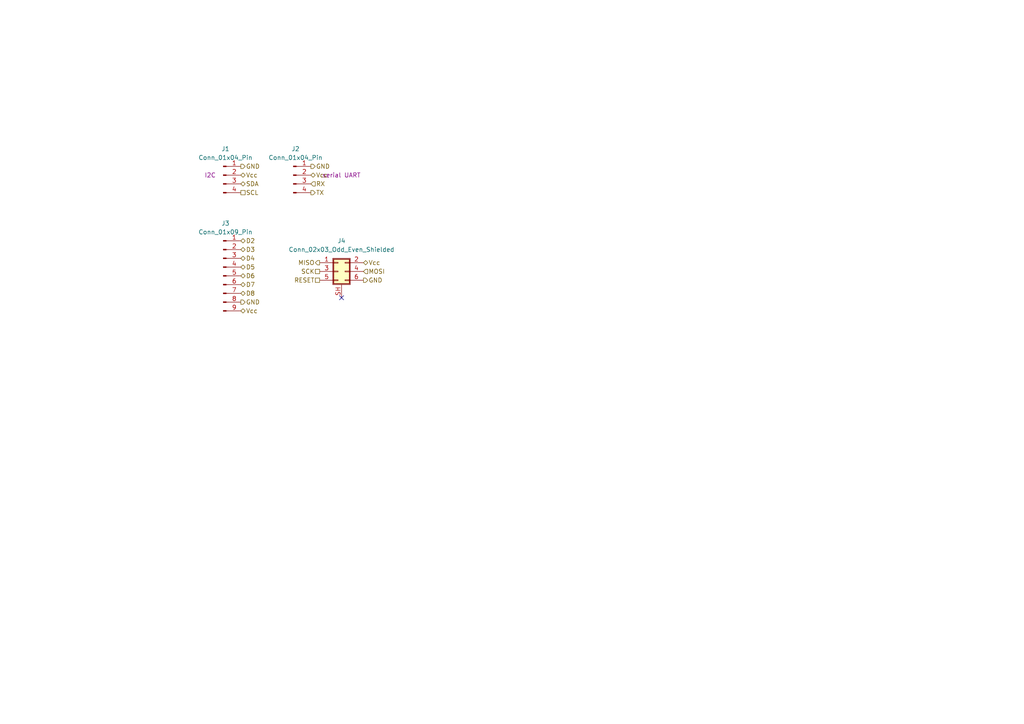
<source format=kicad_sch>
(kicad_sch (version 20250114) (generator "eeschema") (generator_version "9.0")
  (paper "A4")
  (lib_symbols
    (symbol "Connector:Conn_01x04_Pin" (pin_names (offset 1.016) (hide yes))
      (property "Reference" "J" (at 0 5.08 0))
      (property "Value" "Conn_01x04_Pin" (at 0 -7.62 0))
      (symbol "Conn_01x04_Pin_1_1"
        (rectangle (start 0.8636 2.667) (end 0 2.413) (stroke (width 0.1524)) (fill (type outline)))
        (rectangle (start 0.8636 0.127) (end 0 -0.127) (stroke (width 0.1524)) (fill (type outline)))
        (rectangle (start 0.8636 -2.413) (end 0 -2.667) (stroke (width 0.1524)) (fill (type outline)))
        (rectangle (start 0.8636 -4.953) (end 0 -5.207) (stroke (width 0.1524)) (fill (type outline)))
        (polyline (pts (xy 1.27 2.54) (xy 0.8636 2.54)) (stroke (width 0.1524)))
        (polyline (pts (xy 1.27 0) (xy 0.8636 0)) (stroke (width 0.1524)))
        (polyline (pts (xy 1.27 -2.54) (xy 0.8636 -2.54)) (stroke (width 0.1524)))
        (polyline (pts (xy 1.27 -5.08) (xy 0.8636 -5.08)) (stroke (width 0.1524)))
        (pin passive line (at 5.08 2.54 180) (length 3.81) (name "Pin_1") (number "1"))
        (pin passive line (at 5.08 0 180) (length 3.81) (name "Pin_2") (number "2"))
        (pin passive line (at 5.08 -2.54 180) (length 3.81) (name "Pin_3") (number "3"))
        (pin passive line (at 5.08 -5.08 180) (length 3.81) (name "Pin_4") (number "4"))
      )
    )
    (symbol "Connector:Conn_01x09_Pin" (pin_names (offset 1.016) (hide yes))
      (property "Reference" "J" (at 0 12.7 0))
      (property "Value" "Conn_01x09_Pin" (at 0 -12.7 0))
      (symbol "Conn_01x09_Pin_1_1"
        (rectangle (start 0.8636 10.287) (end 0 10.033) (stroke (width 0.1524)) (fill (type outline)))
        (rectangle (start 0.8636 7.747) (end 0 7.493) (stroke (width 0.1524)) (fill (type outline)))
        (rectangle (start 0.8636 5.207) (end 0 4.953) (stroke (width 0.1524)) (fill (type outline)))
        (rectangle (start 0.8636 2.667) (end 0 2.413) (stroke (width 0.1524)) (fill (type outline)))
        (rectangle (start 0.8636 0.127) (end 0 -0.127) (stroke (width 0.1524)) (fill (type outline)))
        (rectangle (start 0.8636 -2.413) (end 0 -2.667) (stroke (width 0.1524)) (fill (type outline)))
        (rectangle (start 0.8636 -4.953) (end 0 -5.207) (stroke (width 0.1524)) (fill (type outline)))
        (rectangle (start 0.8636 -7.493) (end 0 -7.747) (stroke (width 0.1524)) (fill (type outline)))
        (rectangle (start 0.8636 -10.033) (end 0 -10.287) (stroke (width 0.1524)) (fill (type outline)))
        (polyline (pts (xy 1.27 10.16) (xy 0.8636 10.16)) (stroke (width 0.1524)))
        (polyline (pts (xy 1.27 7.62) (xy 0.8636 7.62)) (stroke (width 0.1524)))
        (polyline (pts (xy 1.27 5.08) (xy 0.8636 5.08)) (stroke (width 0.1524)))
        (polyline (pts (xy 1.27 2.54) (xy 0.8636 2.54)) (stroke (width 0.1524)))
        (polyline (pts (xy 1.27 0) (xy 0.8636 0)) (stroke (width 0.1524)))
        (polyline (pts (xy 1.27 -2.54) (xy 0.8636 -2.54)) (stroke (width 0.1524)))
        (polyline (pts (xy 1.27 -5.08) (xy 0.8636 -5.08)) (stroke (width 0.1524)))
        (polyline (pts (xy 1.27 -7.62) (xy 0.8636 -7.62)) (stroke (width 0.1524)))
        (polyline (pts (xy 1.27 -10.16) (xy 0.8636 -10.16)) (stroke (width 0.1524)))
        (pin passive line (at 5.08 10.16 180) (length 3.81) (name "Pin_1") (number "1"))
        (pin passive line (at 5.08 7.62 180) (length 3.81) (name "Pin_2") (number "2"))
        (pin passive line (at 5.08 5.08 180) (length 3.81) (name "Pin_3") (number "3"))
        (pin passive line (at 5.08 2.54 180) (length 3.81) (name "Pin_4") (number "4"))
        (pin passive line (at 5.08 0 180) (length 3.81) (name "Pin_5") (number "5"))
        (pin passive line (at 5.08 -2.54 180) (length 3.81) (name "Pin_6") (number "6"))
        (pin passive line (at 5.08 -5.08 180) (length 3.81) (name "Pin_7") (number "7"))
        (pin passive line (at 5.08 -7.62 180) (length 3.81) (name "Pin_8") (number "8"))
        (pin passive line (at 5.08 -10.16 180) (length 3.81) (name "Pin_9") (number "9"))
      )
    )
    (symbol "Connector_Generic_Shielded:Conn_02x03_Odd_Even_Shielded" (pin_names (offset 1.016) (hide yes))
      (property "Reference" "J" (at 1.524 4.826 0))
      (property "Value" "Conn_02x03_Odd_Even_Shielded" (at 2.286 -4.826 0))
      (symbol "Conn_02x03_Odd_Even_Shielded_1_1"
        (rectangle (start -1.27 3.81) (end 3.81 -3.81) (stroke (width 0.1524)))
        (rectangle (start -1.016 3.556) (end 3.556 -3.556) (stroke (width 0.254)) (fill (type background)))
        (rectangle (start -1.016 2.667) (end 0.254 2.413) (stroke (width 0.1524)))
        (rectangle (start -1.016 0.127) (end 0.254 -0.127) (stroke (width 0.1524)))
        (rectangle (start -1.016 -2.413) (end 0.254 -2.667) (stroke (width 0.1524)))
        (rectangle (start 3.556 2.667) (end 2.286 2.413) (stroke (width 0.1524)))
        (rectangle (start 3.556 0.127) (end 2.286 -0.127) (stroke (width 0.1524)))
        (rectangle (start 3.556 -2.413) (end 2.286 -2.667) (stroke (width 0.1524)))
        (pin passive line (at -5.08 2.54 0) (length 4.064) (name "Pin_1") (number "1"))
        (pin passive line (at -5.08 0 0) (length 4.064) (name "Pin_3") (number "3"))
        (pin passive line (at -5.08 -2.54 0) (length 4.064) (name "Pin_5") (number "5"))
        (pin passive line (at 1.27 -7.62 90) (length 3.81) (name "Shield") (number "SH"))
        (pin passive line (at 7.62 2.54 180) (length 4.064) (name "Pin_2") (number "2"))
        (pin passive line (at 7.62 0 180) (length 4.064) (name "Pin_4") (number "4"))
        (pin passive line (at 7.62 -2.54 180) (length 4.064) (name "Pin_6") (number "6"))
      )
    )
  )
  (no_connect (at 99.06 86.36))
  (hierarchical_label "Vcc" (shape bidirectional) (at 69.85 50.8 0))
  (hierarchical_label "GND" (shape output) (at 90.17 48.26 0))
  (hierarchical_label "SDA" (shape bidirectional) (at 69.85 53.34 0))
  (hierarchical_label "D8" (shape bidirectional) (at 69.85 85.09 0))
  (hierarchical_label "SCL" (shape passive) (at 69.85 55.88 0))
  (hierarchical_label "D5" (shape bidirectional) (at 69.85 77.47 0))
  (hierarchical_label "SCK" (shape passive) (at 92.71 78.74 180))
  (hierarchical_label "Vcc" (shape bidirectional) (at 69.85 90.17 0))
  (hierarchical_label "MOSI" (shape input) (at 105.41 78.74 0))
  (hierarchical_label "MISO" (shape output) (at 92.71 76.2 180))
  (hierarchical_label "GND" (shape output) (at 69.85 48.26 0))
  (hierarchical_label "D4" (shape bidirectional) (at 69.85 74.93 0))
  (hierarchical_label "RX" (shape input) (at 90.17 53.34 0))
  (hierarchical_label "D6" (shape bidirectional) (at 69.85 80.01 0))
  (hierarchical_label "GND" (shape output) (at 105.41 81.28 0))
  (hierarchical_label "Vcc" (shape bidirectional) (at 105.41 76.2 0))
  (hierarchical_label "D2" (shape bidirectional) (at 69.85 69.85 0))
  (hierarchical_label "Vcc" (shape bidirectional) (at 90.17 50.8 0))
  (hierarchical_label "RESET" (shape passive) (at 92.71 81.28 180))
  (hierarchical_label "D3" (shape bidirectional) (at 69.85 72.39 0))
  (hierarchical_label "GND" (shape output) (at 69.85 87.63 0))
  (hierarchical_label "TX" (shape output) (at 90.17 55.88 0))
  (hierarchical_label "D7" (shape bidirectional) (at 69.85 82.55 0))
  (symbol (lib_id "Connector:Conn_01x04_Pin") (at 64.77 50.8 0) (unit 1)
    (property "Reference" "J1" (at 65.405 43.18 0))
    (property "Value" "Conn_01x04_Pin" (at 65.405 45.72 0))
    (property "Footprint" "Connector_PinHeader_2.54mm:PinHeader_1x04_P2.54mm_Vertical" (effects (hide yes)))
    (property "Description" "I2C" (at 60.96 50.8 0))
  )
  (symbol (lib_id "Connector:Conn_01x04_Pin") (at 85.09 50.8 0) (unit 1)
    (property "Reference" "J2" (at 85.725 43.18 0))
    (property "Value" "Conn_01x04_Pin" (at 85.725 45.72 0))
    (property "Footprint" "Connector_PinHeader_2.54mm:PinHeader_1x04_P2.54mm_Vertical" (effects (hide yes)))
    (property "Description" "serial UART" (at 99.06 50.8 0))
  )
  (symbol (lib_id "Connector_Generic_Shielded:Conn_02x03_Odd_Even_Shielded") (at 97.79 78.74 0) (unit 1)
    (property "Reference" "J4" (at 99.06 69.85 0))
    (property "Value" "Conn_02x03_Odd_Even_Shielded" (at 99.06 72.39 0))
    (property "Footprint" "Connector_PinHeader_2.54mm:PinHeader_2x03_P2.54mm_Vertical" (effects (hide yes)))
    (property "Description" "ICSP" (effects (hide yes)))
  )
  (symbol (lib_id "Connector:Conn_01x09_Pin") (at 64.77 80.01 0) (unit 1)
    (property "Reference" "J3" (at 65.405 64.77 0))
    (property "Value" "Conn_01x09_Pin" (at 65.405 67.31 0))
    (property "Footprint" "Connector_PinHeader_2.54mm:PinHeader_1x09_P2.54mm_Vertical" (effects (hide yes)))
    (property "Description" "GPIO headers" (effects (hide yes)))
  )
)
</source>
